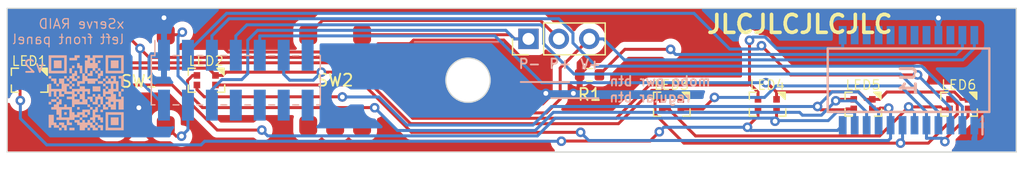
<source format=kicad_pcb>
(kicad_pcb (version 20221018) (generator pcbnew)
  (layers (0 "F.Cu" signal) (31 "B.Cu" signal) (34 "B.Paste" user) (35 "F.Paste" user) (36 "B.SilkS" user "B.Silkscreen") (37 "F.SilkS" user "F.Silkscreen") (38 "B.Mask" user) (39 "F.Mask" user) (44 "Edge.Cuts" user))
  (net 0 "")
  (net 1 "GND")
  (net 2 "/SCK_L")
  (net 3 "/SIN_L")
  (net 4 "/LAT_L")
  (net 5 "/EN_1")
  (net 6 "/EN_2")
  (net 7 "/L5_EN")
  (net 8 "+5V")
  (net 9 "/BTN_WARN")
  (net 10 "/BTN_VOLUME")
  (net 11 "/L1_EN")
  (net 12 "/L2_EN")
  (net 13 "/L3_EN")
  (net 14 "/L4_EN")
  (net 15 "/OUT_6")
  (net 16 "/OUT_7")
  (net 17 "/OUT_8")
  (net 18 "/OUT_3")
  (net 19 "/OUT_4")
  (net 20 "/OUT_5")
  (net 21 "/OUT_0")
  (net 22 "/OUT_1")
  (net 23 "/OUT_2")
  (net 24 "Net-(U1-REXT)")
  (net 25 "/OUT_9")
  (net 26 "/OUT_10")
  (net 27 "/OUT_11")
  (net 28 "/OUT_12")
  (net 29 "/OUT_13")
  (net 30 "/OUT_14")
  (net 31 "/OUT_15")
  (net 33 "/P+")
  (footprint "button:button" (layer "F.Cu") (at 79.65 103 -90)
    (fp_text reference "SW2" (at 3 2.25 unlocked) (layer "F.SilkS"))
    (fp_text value "volume button")
    (pad "1" smd roundrect (at -0.8 0 270) (size 1.6 1.5) (layers "F.Cu" "F.Paste" "F.Mask") (net 10 "/BTN_VOLUME"))
    (pad "2" smd roundrect (at 6.8 0 270) (size 1.6 1.5) (layers "F.Cu" "F.Paste" "F.Mask"))
    (pad "3" smd roundrect (at -0.8 4.5 270) (size 1.6 1.5) (layers "F.Cu" "F.Paste" "F.Mask") (net 33 "/P+"))
    (pad "4" smd roundrect (at 6.8 4.5 270) (size 1.6 1.5) (layers "F.Cu" "F.Paste" "F.Mask"))
    (pad "5" smd roundrect (at 6.8 2.25 270) (size 1.6 1.5) (layers "F.Cu" "F.Paste" "F.Mask"))
  )
  (footprint "footprints:LED RGB XINGLIGHT XL-2012RGBC 0805" (layer "F.Cu") (at 105.5 108)
    (fp_text reference "LED3" (at 0 -1.6 unlocked) (layer "F.SilkS") (effects (font (size 0.8 0.8) (thickness 0.1))))
    (fp_text value "lightning sign")
    (pad "1" smd rect (at 0.775 0.4) (size 0.55 0.55) (layers "F.Cu" "F.Paste" "F.Mask") (net 21 "/OUT_0"))
    (pad "2" smd rect (at -0.775 0.4) (size 0.55 0.55) (layers "F.Cu" "F.Paste" "F.Mask") (net 22 "/OUT_1"))
    (pad "3" smd rect (at 0.775 -0.4) (size 0.55 0.55) (layers "F.Cu" "F.Paste" "F.Mask") (net 6 "/EN_2"))
    (pad "4" smd rect (at -0.775 -0.4) (size 0.55 0.55) (layers "F.Cu" "F.Paste" "F.Mask") (net 23 "/OUT_2"))
  )
  (footprint "Connector_PinHeader_2.54mm:PinHeader_1x03_P2.54mm_Vertical" (layer "F.Cu") (at 93.55 102.55 90)
    (fp_text reference "J1" hide)
    (fp_text value "VOL_BUTTON_MODE_SELECT" hide)
    (pad "1" thru_hole rect (at 0 0 90) (size 1.7 1.7) (drill 1) (layers "*.Cu" "*.Mask") (net 10 "/BTN_VOLUME"))
    (pad "2" thru_hole oval (at 0 2.54 90) (size 1.7 1.7) (drill 1) (layers "*.Cu" "*.Mask") (net 33 "/P+"))
    (pad "3" thru_hole oval (at 0 5.08 90) (size 1.7 1.7) (drill 1) (layers "*.Cu" "*.Mask") (net 8 "+5V"))
  )
  (footprint "footprints:LED RGB XINGLIGHT XL-2012RGBC 0805" (layer "F.Cu") (at 121.5 108)
    (fp_text reference "LED5" (at 0 -1.6 unlocked) (layer "F.SilkS") (effects (font (size 0.8 0.8) (thickness 0.1))))
    (fp_text value "temp sign")
    (pad "1" smd rect (at 0.775 0.4) (size 0.55 0.55) (layers "F.Cu" "F.Paste" "F.Mask") (net 18 "/OUT_3"))
    (pad "2" smd rect (at -0.775 0.4) (size 0.55 0.55) (layers "F.Cu" "F.Paste" "F.Mask") (net 19 "/OUT_4"))
    (pad "3" smd rect (at 0.775 -0.4) (size 0.55 0.55) (layers "F.Cu" "F.Paste" "F.Mask") (net 5 "/EN_1"))
    (pad "4" smd rect (at -0.775 -0.4) (size 0.55 0.55) (layers "F.Cu" "F.Paste" "F.Mask") (net 20 "/OUT_5"))
  )
  (footprint "button:button" (layer "F.Cu") (at 63.25 103 -90)
    (fp_text reference "SW1" (at 3.1 2.25 unlocked) (layer "F.SilkS"))
    (fp_text value "warn button")
    (pad "1" smd roundrect (at -0.8 0 270) (size 1.6 1.5) (layers "F.Cu" "F.Paste" "F.Mask") (net 9 "/BTN_WARN"))
    (pad "2" smd roundrect (at 6.8 0 270) (size 1.6 1.5) (layers "F.Cu" "F.Paste" "F.Mask") (net 9 "/BTN_WARN"))
    (pad "3" smd roundrect (at -0.8 4.5 270) (size 1.6 1.5) (layers "F.Cu" "F.Paste" "F.Mask") (net 8 "+5V"))
    (pad "4" smd roundrect (at 6.8 4.5 270) (size 1.6 1.5) (layers "F.Cu" "F.Paste" "F.Mask"))
    (pad "5" smd roundrect (at 6.8 2.25 270) (size 1.6 1.5) (layers "F.Cu" "F.Paste" "F.Mask") (net 1 "GND"))
  )
  (footprint "footprints:LED RGB XINGLIGHT XL-2012RGBC 0805" (layer "F.Cu") (at 51.85 106)
    (fp_text reference "LED1" (at 0 -1.6 unlocked) (layer "F.SilkS") (effects (font (size 0.8 0.8) (thickness 0.1))))
    (fp_text value "lock")
    (pad "1" smd rect (at 0.775 0.4) (size 0.55 0.55) (layers "F.Cu" "F.Paste" "F.Mask") (net 15 "/OUT_6"))
    (pad "2" smd rect (at -0.775 0.4) (size 0.55 0.55) (layers "F.Cu" "F.Paste" "F.Mask") (net 16 "/OUT_7"))
    (pad "3" smd rect (at 0.775 -0.4) (size 0.55 0.55) (layers "F.Cu" "F.Paste" "F.Mask") (net 6 "/EN_2"))
    (pad "4" smd rect (at -0.775 -0.4) (size 0.55 0.55) (layers "F.Cu" "F.Paste" "F.Mask") (net 17 "/OUT_8"))
  )
  (footprint "footprints:LED RGB XINGLIGHT XL-2012RGBC 0805" (layer "F.Cu") (at 113.5 108)
    (fp_text reference "LED4" (at 0 -1.6 unlocked) (layer "F.SilkS") (effects (font (size 0.8 0.8) (thickness 0.1))))
    (fp_text value "fan sign")
    (pad "1" smd rect (at 0.775 0.4) (size 0.55 0.55) (layers "F.Cu" "F.Paste" "F.Mask") (net 15 "/OUT_6"))
    (pad "2" smd rect (at -0.775 0.4) (size 0.55 0.55) (layers "F.Cu" "F.Paste" "F.Mask") (net 16 "/OUT_7"))
    (pad "3" smd rect (at 0.775 -0.4) (size 0.55 0.55) (layers "F.Cu" "F.Paste" "F.Mask") (net 5 "/EN_1"))
    (pad "4" smd rect (at -0.775 -0.4) (size 0.55 0.55) (layers "F.Cu" "F.Paste" "F.Mask") (net 17 "/OUT_8"))
  )
  (footprint "footprints:LED RGB XINGLIGHT XL-2012RGBC 0805" (layer "F.Cu") (at 66.625 106)
    (fp_text reference "LED2" (at 0 -1.6 unlocked) (layer "F.SilkS") (effects (font (size 0.8 0.8) (thickness 0.1))))
    (fp_text value "warn button")
    (pad "1" smd rect (at 0.775 0.4) (size 0.55 0.55) (layers "F.Cu" "F.Paste" "F.Mask") (net 18 "/OUT_3"))
    (pad "2" smd rect (at -0.775 0.4) (size 0.55 0.55) (layers "F.Cu" "F.Paste" "F.Mask") (net 19 "/OUT_4"))
    (pad "3" smd rect (at 0.775 -0.4) (size 0.55 0.55) (layers "F.Cu" "F.Paste" "F.Mask") (net 6 "/EN_2"))
    (pad "4" smd rect (at -0.775 -0.4) (size 0.55 0.55) (layers "F.Cu" "F.Paste" "F.Mask") (net 20 "/OUT_5"))
  )
  (footprint "Resistor_SMD:R_0603_1608Metric" (layer "F.Cu") (at 98.65 105.55)
    (fp_text reference "R1" (at 0 1.65) (layer "F.SilkS"))
    (fp_text value "820" hide)
    (pad "1" smd roundrect (at -0.825 0) (size 0.8 0.95) (layers "F.Cu" "F.Paste" "F.Mask") (net 1 "GND"))
    (pad "2" smd roundrect (at 0.825 0) (size 0.8 0.95) (layers "F.Cu" "F.Paste" "F.Mask") (net 24 "Net-(U1-REXT)"))
  )
  (footprint "footprints:LED RGB XINGLIGHT XL-2012RGBC 0805" (layer "F.Cu") (at 129.5 108)
    (fp_text reference "LED6" (at 0 -1.6 unlocked) (layer "F.SilkS") (effects (font (size 0.8 0.8) (thickness 0.1))))
    (fp_text value "chip sign")
    (pad "1" smd rect (at 0.775 0.4) (size 0.55 0.55) (layers "F.Cu" "F.Paste" "F.Mask") (net 21 "/OUT_0"))
    (pad "2" smd rect (at -0.775 0.4) (size 0.55 0.55) (layers "F.Cu" "F.Paste" "F.Mask") (net 22 "/OUT_1"))
    (pad "3" smd rect (at 0.775 -0.4) (size 0.55 0.55) (layers "F.Cu" "F.Paste" "F.Mask") (net 5 "/EN_1"))
    (pad "4" smd rect (at -0.775 -0.4) (size 0.55 0.55) (layers "F.Cu" "F.Paste" "F.Mask") (net 23 "/OUT_2"))
  )
  (footprint "TB62747AFG:SOP100P800X190-24N" (layer "B.Cu") (at 125.3 106 90)
    (fp_text reference "U1" (at 0 0 90) (layer "B.SilkS") (effects (font (size 1.27 1.27) (thickness 0.254)) (justify mirror)))
    (fp_text value "TB62747AFG,C8,EL" hide)
    (pad "1" smd rect (at -3.762 5.5) (size 0.65 1.525) (layers "B.Cu" "B.Paste" "B.Mask") (net 1 "GND"))
    (pad "2" smd rect (at -3.762 4.5) (size 0.65 1.525) (layers "B.Cu" "B.Paste" "B.Mask") (net 3 "/SIN_L"))
    (pad "3" smd rect (at -3.762 3.5) (size 0.65 1.525) (layers "B.Cu" "B.Paste" "B.Mask") (net 2 "/SCK_L"))
    (pad "4" smd rect (at -3.762 2.5) (size 0.65 1.525) (layers "B.Cu" "B.Paste" "B.Mask") (net 4 "/LAT_L"))
    (pad "5" smd rect (at -3.762 1.5) (size 0.65 1.525) (layers "B.Cu" "B.Paste" "B.Mask") (net 21 "/OUT_0"))
    (pad "6" smd rect (at -3.762 0.5) (size 0.65 1.525) (layers "B.Cu" "B.Paste" "B.Mask") (net 22 "/OUT_1"))
    (pad "7" smd rect (at -3.762 -0.5) (size 0.65 1.525) (layers "B.Cu" "B.Paste" "B.Mask") (net 23 "/OUT_2"))
    (pad "8" smd rect (at -3.762 -1.5) (size 0.65 1.525) (layers "B.Cu" "B.Paste" "B.Mask") (net 18 "/OUT_3"))
    (pad "9" smd rect (at -3.762 -2.5) (size 0.65 1.525) (layers "B.Cu" "B.Paste" "B.Mask") (net 19 "/OUT_4"))
    (pad "10" smd rect (at -3.762 -3.5) (size 0.65 1.525) (layers "B.Cu" "B.Paste" "B.Mask") (net 20 "/OUT_5"))
    (pad "11" smd rect (at -3.762 -4.5) (size 0.65 1.525) (layers "B.Cu" "B.Paste" "B.Mask") (net 15 "/OUT_6"))
    (pad "12" smd rect (at -3.762 -5.5) (size 0.65 1.525) (layers "B.Cu" "B.Paste" "B.Mask") (net 16 "/OUT_7"))
    (pad "13" smd rect (at 3.762 -5.5) (size 0.65 1.525) (layers "B.Cu" "B.Paste" "B.Mask") (net 17 "/OUT_8"))
    (pad "14" smd rect (at 3.762 -4.5) (size 0.65 1.525) (layers "B.Cu" "B.Paste" "B.Mask") (net 25 "/OUT_9"))
    (pad "15" smd rect (at 3.762 -3.5) (size 0.65 1.525) (layers "B.Cu" "B.Paste" "B.Mask") (net 26 "/OUT_10"))
    (pad "16" smd rect (at 3.762 -2.5) (size 0.65 1.525) (layers "B.Cu" "B.Paste" "B.Mask") (net 27 "/OUT_11"))
    (pad "17" smd rect (at 3.762 -1.5) (size 0.65 1.525) (layers "B.Cu" "B.Paste" "B.Mask") (net 28 "/OUT_12"))
    (pad "18" smd rect (at 3.762 -0.5) (size 0.65 1.525) (layers "B.Cu" "B.Paste" "B.Mask") (net 29 "/OUT_13"))
    (pad "19" smd rect (at 3.762 0.5) (size 0.65 1.525) (layers "B.Cu" "B.Paste" "B.Mask") (net 30 "/OUT_14"))
    (pad "20" smd rect (at 3.762 1.5) (size 0.65 1.525) (layers "B.Cu" "B.Paste" "B.Mask") (net 31 "/OUT_15"))
    (pad "21" smd rect (at 3.762 2.5) (size 0.65 1.525) (layers "B.Cu" "B.Paste" "B.Mask") (net 1 "GND"))
    (pad "22" smd rect (at 3.762 3.5) (size 0.65 1.525) (layers "B.Cu" "B.Paste" "B.Mask"))
    (pad "23" smd rect (at 3.762 4.5) (size 0.65 1.525) (layers "B.Cu" "B.Paste" "B.Mask") (net 24 "Net-(U1-REXT)"))
    (pad "24" smd rect (at 3.762 5.5) (size 0.65 1.525) (layers "B.Cu" "B.Paste" "B.Mask") (net 8 "+5V"))
  )
  (footprint "qr:qr" (layer "B.Cu") (at 56.6 107.05 180)
    (fp_text reference "v2" (at 4.35 2.2) (layer "B.SilkS") (effects (justify mirror)))
    (fp_text value "LOGO" hide)
  )
  (footprint "Connector_PinHeader_2.00mm:PinHeader_2x07_P2.00mm_Vertical_SMD" (layer "B.Cu") (at 69.1 106 -90)
    (fp_text reference "J2" hide)
    (fp_text value "Conn_02x07_Top_Bottom" hide)
    (pad "1" smd rect (at -2.085 6 270) (size 2.58 1) (layers "B.Cu" "B.Paste" "B.Mask") (net 1 "GND"))
    (pad "2" smd rect (at 2.085 6 270) (size 2.58 1) (layers "B.Cu" "B.Paste" "B.Mask") (net 8 "+5V"))
    (pad "3" smd rect (at -2.085 4 270) (size 2.58 1) (layers "B.Cu" "B.Paste" "B.Mask") (net 2 "/SCK_L"))
    (pad "4" smd rect (at 2.085 4 270) (size 2.58 1) (layers "B.Cu" "B.Paste" "B.Mask") (net 9 "/BTN_WARN"))
    (pad "5" smd rect (at -2.085 2 270) (size 2.58 1) (layers "B.Cu" "B.Paste" "B.Mask") (net 3 "/SIN_L"))
    (pad "6" smd rect (at 2.085 2 270) (size 2.58 1) (layers "B.Cu" "B.Paste" "B.Mask") (net 10 "/BTN_VOLUME"))
    (pad "7" smd rect (at -2.085 0 270) (size 2.58 1) (layers "B.Cu" "B.Paste" "B.Mask") (net 4 "/LAT_L"))
    (pad "8" smd rect (at 2.085 0 270) (size 2.58 1) (layers "B.Cu" "B.Paste" "B.Mask") (net 11 "/L1_EN"))
    (pad "9" smd rect (at -2.085 -2 270) (size 2.58 1) (layers "B.Cu" "B.Paste" "B.Mask") (net 5 "/EN_1"))
    (pad "10" smd rect (at 2.085 -2 270) (size 2.58 1) (layers "B.Cu" "B.Paste" "B.Mask") (net 12 "/L2_EN"))
    (pad "11" smd rect (at -2.085 -4 270) (size 2.58 1) (layers "B.Cu" "B.Paste" "B.Mask") (net 6 "/EN_2"))
    (pad "12" smd rect (at 2.085 -4 270) (size 2.58 1) (layers "B.Cu" "B.Paste" "B.Mask") (net 13 "/L3_EN"))
    (pad "13" smd rect (at -2.085 -6 270) (size 2.58 1) (layers "B.Cu" "B.Paste" "B.Mask") (net 7 "/L5_EN"))
    (pad "14" smd rect (at 2.085 -6 270) (size 2.58 1) (layers "B.Cu" "B.Paste" "B.Mask") (net 14 "/L4_EN"))
  )
  (gr_line (start 92.9 106.15) (end 96.95 106.15) (stroke (width 0.15)) (layer "B.SilkS"))
  (gr_line (start 95.45 107.5) (end 99.4 107.5) (stroke (width 0.15)) (layer "B.SilkS"))
  (gr_circle (center 88.5 106) (end 90.35 106) (stroke (width 0.1)) (fill none) (layer "Edge.Cuts"))
  (gr_line (start 50 100) (end 50 112) (stroke (width 0.1)) (layer "Edge.Cuts"))
  (gr_line (start 50 112) (end 134.3 112) (stroke (width 0.1)) (layer "Edge.Cuts"))
  (gr_line (start 134.3 112) (end 134.3 100) (stroke (width 0.1)) (layer "Edge.Cuts"))
  (gr_line (start 50 100) (end 134.3 100) (stroke (width 0.1)) (layer "Edge.Cuts"))
  (gr_text "regular btn" (at 107.2 107.9) (layer "B.SilkS") (effects (font (size 0.8 0.8) (thickness 0.15) bold) (justify left bottom mirror)))
  (gr_text "P-" (at 92.65 105.1) (layer "B.SilkS") (effects (font (size 0.8 0.8) (thickness 0.15) bold) (justify left bottom)))
  (gr_text "P+" (at 95.2 105.1) (layer "B.SilkS") (effects (font (size 0.8 0.8) (thickness 0.15) bold) (justify left bottom)))
  (gr_text "mobo pwr btn" (at 108.85 106.55) (layer "B.SilkS") (effects (font (size 0.8 0.8) (thickness 0.15) bold) (justify left bottom mirror)))
  (gr_text "V+" (at 97.8 105.15) (layer "B.SilkS") (effects (font (size 0.8 0.8) (thickness 0.15) bold) (justify left bottom)))
  (gr_text "xServe RAID\nleft front panel" (at 59.85 103.05) (layer "B.SilkS") (effects (font (size 0.8 0.8) (thickness 0.1)) (justify left bottom mirror)))
  (gr_text "JLCJLCJLCJLC" (at 108.3 102.2) (layer "F.SilkS") (effects (font (size 1.5 1.5) (thickness 0.3) bold) (justify left bottom)))
  (segment (start 63.1 100.7829) (end 65.5829 100.7829) (width 0.25) (layer "F.Cu") (net 1))
  (segment (start 82.9546 103.6454) (end 83.95 102.65) (width 0.25) (layer "F.Cu") (net 1))
  (segment (start 91.49038 102.65) (end 95 106.15962) (width 0.25) (layer "F.Cu") (net 1))
  (segment (start 61 109.8) (end 61 108.3) (width 0.25) (layer "F.Cu") (net 1))
  (segment (start 97.825 105.55) (end 102.575 100.8) (width 0.25) (layer "F.Cu") (net 1))
  (segment (start 65.5829 100.7829) (end 68.4454 103.6454) (width 0.25) (layer "F.Cu") (net 1))
  (segment (start 68.4454 103.6454) (end 82.9546 103.6454) (width 0.25) (layer "F.Cu") (net 1))
  (segment (start 102.575 100.8) (end 127.8 100.8) (width 0.25) (layer "F.Cu") (net 1))
  (segment (start 83.95 102.65) (end 91.49038 102.65) (width 0.25) (layer "F.Cu") (net 1))
  (segment (start 97.825 105.55) (end 97.65 105.55) (width 0.25) (layer "F.Cu") (net 1))
  (segment (start 95 106.15962) (end 95 107.1) (width 0.25) (layer "F.Cu") (net 1))
  (segment (start 97.825 106.575) (end 97.3 107.1) (width 0.25) (layer "F.Cu") (net 1))
  (segment (start 97.825 105.55) (end 97.825 106.575) (width 0.25) (layer "F.Cu") (net 1))
  (via (at 95 107.1) (size 0.8) (drill 0.4) (layers "F.Cu" "B.Cu") (net 1))
  (via (at 63.1 100.7829) (size 0.8) (drill 0.4) (layers "F.Cu" "B.Cu") (net 1))
  (via (at 97.3 107.1) (size 0.8) (drill 0.4) (layers "F.Cu" "B.Cu") (net 1))
  (via (at 127.8 100.8) (size 0.8) (drill 0.4) (layers "F.Cu" "B.Cu") (net 1))
  (via (at 61 108.3) (size 0.8) (drill 0.4) (layers "F.Cu" "B.Cu") (net 1))
  (segment (start 61 108.3) (end 60.2 107.5) (width 0.25) (layer "B.Cu") (net 1))
  (segment (start 62.1171 100.7829) (end 63.1 100.7829) (width 0.25) (layer "B.Cu") (net 1))
  (segment (start 95 107.1) (end 97.3 107.1) (width 0.25) (layer "B.Cu") (net 1))
  (segment (start 60.2 107.5) (end 60.2 102.7) (width 0.25) (layer "B.Cu") (net 1))
  (segment (start 63.1 103.915) (end 63.1 100.7829) (width 0.25) (layer "B.Cu") (net 1))
  (segment (start 130.8 109.762) (end 131.95 108.612) (width 0.25) (layer "B.Cu") (net 1))
  (segment (start 131.95 108.612) (end 131.95 101.3) (width 0.25) (layer "B.Cu") (net 1))
  (segment (start 131.45 100.8) (end 127.8 100.8) (width 0.25) (layer "B.Cu") (net 1))
  (segment (start 131.95 101.3) (end 131.45 100.8) (width 0.25) (layer "B.Cu") (net 1))
  (segment (start 127.8 102.238) (end 127.8 100.8) (width 0.25) (layer "B.Cu") (net 1))
  (segment (start 60.2 102.7) (end 62.1171 100.7829) (width 0.25) (layer "B.Cu") (net 1))
  (segment (start 113.0168 103.1204) (end 115.4528 105.5564) (width 0.25) (layer "F.Cu") (net 2))
  (segment (start 115.4528 105.5564) (end 126.0577 105.5564) (width 0.25) (layer "F.Cu") (net 2))
  (via (at 113.0168 103.1204) (size 0.8) (drill 0.4) (layers "F.Cu" "B.Cu") (net 2))
  (via (at 126.0577 105.5564) (size 0.8) (drill 0.4) (layers "F.Cu" "B.Cu") (net 2))
  (segment (start 107.3789 100.4131) (end 68.3334 100.4131) (width 0.25) (layer "B.Cu") (net 2))
  (segment (start 68.3334 100.4131) (end 65.1 103.6465) (width 0.25) (layer "B.Cu") (net 2))
  (segment (start 128.8 109.762) (end 128.8 108.2987) (width 0.25) (layer "B.Cu") (net 2))
  (segment (start 113.0168 103.1204) (end 112.7417 103.3955) (width 0.25) (layer "B.Cu") (net 2))
  (segment (start 112.7417 103.3955) (end 110.3613 103.3955) (width 0.25) (layer "B.Cu") (net 2))
  (segment (start 128.8 108.2987) (end 126.0577 105.5564) (width 0.25) (layer "B.Cu") (net 2))
  (segment (start 110.3613 103.3955) (end 107.3789 100.4131) (width 0.25) (layer "B.Cu") (net 2))
  (segment (start 65.1 103.6465) (end 65.1 103.915) (width 0.25) (layer "B.Cu") (net 2))
  (segment (start 99.2065 104.8293) (end 97.2669 102.8897) (width 0.25) (layer "B.Cu") (net 3))
  (segment (start 67.1 103.915) (end 67.1 102.2981) (width 0.25) (layer "B.Cu") (net 3))
  (segment (start 96.0694 100.865) (end 68.5331 100.865) (width 0.25) (layer "B.Cu") (net 3))
  (segment (start 97.2669 102.8897) (end 97.2669 102.0625) (width 0.25) (layer "B.Cu") (net 3))
  (segment (start 129.8 109.762) (end 129.8 108.6726) (width 0.25) (layer "B.Cu") (net 3))
  (segment (start 129.8 108.2132) (end 126.4161 104.8293) (width 0.25) (layer "B.Cu") (net 3))
  (segment (start 97.2669 102.0625) (end 96.0694 100.865) (width 0.25) (layer "B.Cu") (net 3))
  (segment (start 68.5331 100.865) (end 67.1 102.2981) (width 0.25) (layer "B.Cu") (net 3))
  (segment (start 126.4161 104.8293) (end 99.2065 104.8293) (width 0.25) (layer "B.Cu") (net 3))
  (segment (start 129.8 108.6726) (end 129.8 108.2132) (width 0.25) (layer "B.Cu") (net 3))
  (segment (start 127.8 108.6726) (end 124.6092 105.4818) (width 0.25) (layer "B.Cu") (net 4))
  (segment (start 94.82 101.6135) (end 94.5796 101.3731) (width 0.25) (layer "B.Cu") (net 4))
  (segment (start 94.82 102.949) (end 94.82 101.6135) (width 0.25) (layer "B.Cu") (net 4))
  (segment (start 97.3528 105.4818) (end 94.82 102.949) (width 0.25) (layer "B.Cu") (net 4))
  (segment (start 94.5796 101.3731) (end 70.025 101.3731) (width 0.25) (layer "B.Cu") (net 4))
  (segment (start 69.1 103.915) (end 69.1 102.2981) (width 0.25) (layer "B.Cu") (net 4))
  (segment (start 70.025 101.3731) (end 69.1 102.2981) (width 0.25) (layer "B.Cu") (net 4))
  (segment (start 127.8 109.762) (end 127.8 108.6726) (width 0.25) (layer "B.Cu") (net 4))
  (segment (start 124.6092 105.4818) (end 97.3528 105.4818) (width 0.25) (layer "B.Cu") (net 4))
  (segment (start 114.303 106.9701) (end 114.275 106.9981) (width 0.25) (layer "F.Cu") (net 5))
  (segment (start 121.1184 106.9701) (end 114.303 106.9701) (width 0.25) (layer "F.Cu") (net 5))
  (segment (start 122.275 107.6) (end 121.6731 107.6) (width 0.25) (layer "F.Cu") (net 5))
  (segment (start 121.6731 107.5248) (end 121.1184 106.9701) (width 0.25) (layer "F.Cu") (net 5))
  (segment (start 123.4893 106.9876) (end 122.8769 107.6) (width 0.25) (layer "F.Cu") (net 5))
  (segment (start 129.1359 106.9876) (end 123.4893 106.9876) (width 0.25) (layer "F.Cu") (net 5))
  (segment (start 130.275 107.6) (end 129.6731 107.6) (width 0.25) (layer "F.Cu") (net 5))
  (segment (start 129.6731 107.5248) (end 129.1359 106.9876) (width 0.25) (layer "F.Cu") (net 5))
  (segment (start 129.6731 107.6) (end 129.6731 107.5248) (width 0.25) (layer "F.Cu") (net 5))
  (segment (start 114.275 106.9981) (end 113.4856 106.2087) (width 0.25) (layer "F.Cu") (net 5))
  (segment (start 122.275 107.6) (end 122.8769 107.6) (width 0.25) (layer "F.Cu") (net 5))
  (segment (start 113.4856 106.2087) (end 113.3782 106.2087) (width 0.25) (layer "F.Cu") (net 5))
  (segment (start 121.6731 107.6) (end 121.6731 107.5248) (width 0.25) (layer "F.Cu") (net 5))
  (segment (start 114.275 107.6) (end 114.275 106.9981) (width 0.25) (layer "F.Cu") (net 5))
  (via (at 113.3782 106.2087) (size 0.8) (drill 0.4) (layers "F.Cu" "B.Cu") (net 5))
  (segment (start 95.95 106.2087) (end 113.3782 106.2087) (width 0.25) (layer "B.Cu") (net 5))
  (segment (start 90.7481 102.2981) (end 94.6587 106.2087) (width 0.25) (layer "B.Cu") (net 5))
  (segment (start 71.1 102.2981) (end 90.7481 102.2981) (width 0.25) (layer "B.Cu") (net 5))
  (segment (start 71.1 103.915) (end 71.1 102.2981) (width 0.25) (layer "B.Cu") (net 5))
  (segment (start 94.6587 106.2087) (end 95.95 106.2087) (width 0.25) (layer "B.Cu") (net 5))
  (segment (start 66.7954 104.9954) (end 53.8315 104.9954) (width 0.25) (layer "F.Cu") (net 6))
  (segment (start 79.390201 105.3285) (end 76.2443 105.3285) (width 0.25) (layer "F.Cu") (net 6))
  (segment (start 68.2734 105.3285) (end 76.2443 105.3285) (width 0.25) (layer "F.Cu") (net 6))
  (segment (start 67.4 105.6) (end 68.0019 105.6) (width 0.25) (layer "F.Cu") (net 6))
  (segment (start 53.2269 105.6) (end 52.625 105.6) (width 0.25) (layer "F.Cu") (net 6))
  (segment (start 67.4 105.6) (end 66.7954 104.9954) (width 0.25) (layer "F.Cu") (net 6))
  (segment (start 101.0694 109.6306) (end 83.692301 109.6306) (width 0.25) (layer "F.Cu") (net 6))
  (segment (start 105.528 106.853) (end 103.847 106.853) (width 0.25) (layer "F.Cu") (net 6))
  (segment (start 68.0019 105.6) (end 68.2734 105.3285) (width 0.25) (layer "F.Cu") (net 6))
  (segment (start 83.692301 109.6306) (end 79.390201 105.3285) (width 0.25) (layer "F.Cu") (net 6))
  (segment (start 106.275 107.6) (end 105.528 106.853) (width 0.25) (layer "F.Cu") (net 6))
  (segment (start 53.8315 104.9954) (end 53.2269 105.6) (width 0.25) (layer "F.Cu") (net 6))
  (segment (start 103.847 106.853) (end 101.0694 109.6306) (width 0.25) (layer "F.Cu") (net 6))
  (via (at 76.2443 105.3285) (size 0.8) (drill 0.4) (layers "F.Cu" "B.Cu") (net 6))
  (segment (start 73.6 106) (end 75.5728 106) (width 0.25) (layer "B.Cu") (net 6))
  (segment (start 73.1 105.5) (end 73.6 106) (width 0.25) (layer "B.Cu") (net 6))
  (segment (start 75.5728 106) (end 76.2443 105.3285) (width 0.25) (layer "B.Cu") (net 6))
  (segment (start 73.1 103.915) (end 73.1 105.5) (width 0.25) (layer "B.Cu") (net 6))
  (segment (start 61.8454 104.0954) (end 61.1 103.35) (width 0.25) (layer "F.Cu") (net 8))
  (segment (start 96.2 107.5806) (end 95.05 108.7306) (width 0.25) (layer "F.Cu") (net 8))
  (segment (start 58.75 102.2) (end 59.95 102.2) (width 0.25) (layer "F.Cu") (net 8))
  (segment (start 96.2 104.98) (end 96.2 107.5806) (width 0.25) (layer "F.Cu") (net 8))
  (segment (start 98.63 102.55) (end 96.2 104.98) (width 0.25) (layer "F.Cu") (net 8))
  (segment (start 95.05 108.7306) (end 84.065093 108.7306) (width 0.25) (layer "F.Cu") (net 8))
  (segment (start 59.95 102.2) (end 61.1 103.35) (width 0.25) (layer "F.Cu") (net 8))
  (segment (start 84.065093 108.7306) (end 79.429893 104.0954) (width 0.25) (layer "F.Cu") (net 8))
  (segment (start 79.429893 104.0954) (end 61.8454 104.0954) (width 0.25) (layer "F.Cu") (net 8))
  (via (at 61.1 103.35) (size 0.8) (drill 0.4) (layers "F.Cu" "B.Cu") (net 8))
  (segment (start 63.1 108.085) (end 61.1 106.085) (width 0.25) (layer "B.Cu") (net 8))
  (segment (start 61.1 106.085) (end 61.1 103.35) (width 0.25) (layer "B.Cu") (net 8))
  (segment (start 129.8263 104.3011) (end 101.558 104.3011) (width 0.25) (layer "B.Cu") (net 8))
  (segment (start 101.558 104.3011) (end 99.8069 102.55) (width 0.25) (layer "B.Cu") (net 8))
  (segment (start 130.8 102.238) (end 130.8 103.3274) (width 0.25) (layer "B.Cu") (net 8))
  (segment (start 130.8 103.3274) (end 129.8263 104.3011) (width 0.25) (layer "B.Cu") (net 8))
  (segment (start 98.63 102.55) (end 99.8069 102.55) (width 0.25) (layer "B.Cu") (net 8))
  (segment (start 63.25 102.2) (end 64.4222 102.2) (width 0.25) (layer "F.Cu") (net 9))
  (segment (start 63.25 109.8) (end 64.1261 110.6761) (width 0.25) (layer "F.Cu") (net 9))
  (segment (start 64.4222 102.2) (end 64.6327 101.9895) (width 0.25) (layer "F.Cu") (net 9))
  (segment (start 64.1261 110.6761) (end 64.5636 110.6761) (width 0.25) (layer "F.Cu") (net 9))
  (via (at 64.6327 101.9895) (size 0.8) (drill 0.4) (layers "F.Cu" "B.Cu") (net 9))
  (via (at 64.5636 110.6761) (size 0.8) (drill 0.4) (layers "F.Cu" "B.Cu") (net 9))
  (segment (start 65.1 108.085) (end 65.1 106.4681) (width 0.25) (layer "B.Cu") (net 9))
  (segment (start 64.2731 102.3491) (end 64.2731 105.6412) (width 0.25) (layer "B.Cu") (net 9))
  (segment (start 64.6327 101.9895) (end 64.2731 102.3491) (width 0.25) (layer "B.Cu") (net 9))
  (segment (start 65.1 108.085) (end 65.1 110.1397) (width 0.25) (layer "B.Cu") (net 9))
  (segment (start 64.2731 105.6412) (end 65.1 106.4681) (width 0.25) (layer "B.Cu") (net 9))
  (segment (start 65.1 110.1397) (end 64.5636 110.6761) (width 0.25) (layer "B.Cu") (net 9))
  (segment (start 93.55 102.55) (end 92.3731 102.55) (width 0.25) (layer "F.Cu") (net 10))
  (segment (start 92.0231 102.2) (end 92.3731 102.55) (width 0.25) (layer "F.Cu") (net 10))
  (segment (start 79.65 102.2) (end 92.0231 102.2) (width 0.25) (layer "F.Cu") (net 10))
  (segment (start 92.3731 102.55) (end 91.658 101.8349) (width 0.25) (layer "B.Cu") (net 10))
  (segment (start 70.9204 101.8349) (end 70.0985 102.6568) (width 0.25) (layer "B.Cu") (net 10))
  (segment (start 70.0985 105.4515) (end 69.6 105.95) (width 0.25) (layer "B.Cu") (net 10))
  (segment (start 67.1 106.795) (end 67.1 108.085) (width 0.25) (layer "B.Cu") (net 10))
  (segment (start 67.945 105.95) (end 67.1 106.795) (width 0.25) (layer "B.Cu") (net 10))
  (segment (start 93.55 102.55) (end 92.3731 102.55) (width 0.25) (layer "B.Cu") (net 10))
  (segment (start 70.0985 102.6568) (end 70.0985 105.4515) (width 0.25) (layer "B.Cu") (net 10))
  (segment (start 69.6 105.95) (end 67.945 105.95) (width 0.25) (layer "B.Cu") (net 10))
  (segment (start 91.658 101.8349) (end 70.9204 101.8349) (width 0.25) (layer "B.Cu") (net 10))
  (segment (start 67.55 110.1662) (end 63.7838 106.4) (width 0.25) (layer "F.Cu") (net 15))
  (segment (start 63.7838 106.4) (end 52.625 106.4) (width 0.25) (layer "F.Cu") (net 15))
  (segment (start 114.275 109.3044) (end 114.1493 109.4301) (width 0.25) (layer "F.Cu") (net 15))
  (segment (start 114.275 108.4) (end 114.275 109.3044) (width 0.25) (layer "F.Cu") (net 15))
  (segment (start 71.273 110.1662) (end 67.55 110.1662) (width 0.25) (layer "F.Cu") (net 15))
  (via (at 71.273 110.1662) (size 0.8) (drill 0.4) (layers "F.Cu" "B.Cu") (net 15))
  (via (at 114.1493 109.4301) (size 0.8) (drill 0.4) (layers "F.Cu" "B.Cu") (net 15))
  (segment (start 120.8 108.6726) (end 119.2939 108.6726) (width 0.25) (layer "B.Cu") (net 15))
  (segment (start 120.8 109.762) (end 120.8 108.6726) (width 0.25) (layer "B.Cu") (net 15))
  (segment (start 71.7568 110.65) (end 71.273 110.1662) (width 0.25) (layer "B.Cu") (net 15))
  (segment (start 119.2939 108.6726) (end 118.5897 109.3768) (width 0.25) (layer "B.Cu") (net 15))
  (segment (start 114.1493 109.3768) (end 113.9439 109.1714) (width 0.25) (layer "B.Cu") (net 15))
  (segment (start 113.9439 109.1714) (end 95.7786 109.1714) (width 0.25) (layer "B.Cu") (net 15))
  (segment (start 95.7786 109.1714) (end 94.3 110.65) (width 0.25) (layer "B.Cu") (net 15))
  (segment (start 94.3 110.65) (end 71.7568 110.65) (width 0.25) (layer "B.Cu") (net 15))
  (segment (start 114.1493 109.3768) (end 114.1493 109.4301) (width 0.25) (layer "B.Cu") (net 15))
  (segment (start 118.5897 109.3768) (end 114.1493 109.3768) (width 0.25) (layer "B.Cu") (net 15))
  (segment (start 51.075 107.675) (end 51.1 107.7) (width 0.25) (layer "F.Cu") (net 16))
  (segment (start 103.7058 111.0825) (end 104.4785 110.3098) (width 0.25) (layer "F.Cu") (net 16))
  (segment (start 112.725 109.0019) (end 111.8453 109.8816) (width 0.25) (layer "F.Cu") (net 16))
  (segment (start 111.8453 109.8816) (end 111.8453 109.9297) (width 0.25) (layer "F.Cu") (net 16))
  (segment (start 51.075 106.4) (end 51.075 107.675) (width 0.25) (layer "F.Cu") (net 16))
  (segment (start 96.3 111.1) (end 96.3175 111.0825) (width 0.25) (layer "F.Cu") (net 16))
  (segment (start 96.2825 111.0825) (end 96.3 111.1) (width 0.25) (layer "F.Cu") (net 16))
  (segment (start 96.3175 111.0825) (end 103.7058 111.0825) (width 0.25) (layer "F.Cu") (net 16))
  (segment (start 112.725 108.4) (end 112.725 109.0019) (width 0.25) (layer "F.Cu") (net 16))
  (via (at 96.3 111.1) (size 0.8) (drill 0.4) (layers "F.Cu" "B.Cu") (net 16))
  (via (at 51.1 107.7) (size 0.8) (drill 0.4) (layers "F.Cu" "B.Cu") (net 16))
  (via (at 111.8453 109.9297) (size 0.8) (drill 0.4) (layers "F.Cu" "B.Cu") (net 16))
  (via (at 104.4785 110.3098) (size 0.8) (drill 0.4) (layers "F.Cu" "B.Cu") (net 16))
  (segment (start 53.3011 111.4011) (end 51.1 109.2) (width 0.25) (layer "B.Cu") (net 16))
  (segment (start 119.3643 110.1977) (end 119.8 109.762) (width 0.25) (layer "B.Cu") (net 16))
  (segment (start 104.4785 110.3098) (end 104.8554 109.9329) (width 0.25) (layer "B.Cu") (net 16))
  (segment (start 66.5 111.1) (end 66.1989 111.4011) (width 0.25) (layer "B.Cu") (net 16))
  (segment (start 111.8453 109.9329) (end 112.1101 110.1977) (width 0.25) (layer "B.Cu") (net 16))
  (segment (start 104.8554 109.9329) (end 111.8453 109.9329) (width 0.25) (layer "B.Cu") (net 16))
  (segment (start 66.1989 111.4011) (end 53.3011 111.4011) (width 0.25) (layer "B.Cu") (net 16))
  (segment (start 51.1 109.2) (end 51.1 107.7) (width 0.25) (layer "B.Cu") (net 16))
  (segment (start 96.3 111.1) (end 66.5 111.1) (width 0.25) (layer "B.Cu") (net 16))
  (segment (start 111.8453 109.9329) (end 111.8453 109.9297) (width 0.25) (layer "B.Cu") (net 16))
  (segment (start 112.1101 110.1977) (end 119.3643 110.1977) (width 0.25) (layer "B.Cu") (net 16))
  (segment (start 103.660604 106.403) (end 111.8997 106.403) (width 0.25) (layer "F.Cu") (net 17))
  (segment (start 51.075 105.6) (end 52.1296 104.5454) (width 0.25) (layer "F.Cu") (net 17))
  (segment (start 52.1296 104.5454) (end 79.243497 104.5454) (width 0.25) (layer "F.Cu") (net 17))
  (segment (start 79.674048 104.975952) (end 83.878697 109.1806) (width 0.25) (layer "F.Cu") (net 17))
  (segment (start 111.8997 106.403) (end 112.0148 106.2879) (width 0.25) (layer "F.Cu") (net 17))
  (segment (start 83.878697 109.1806) (end 100.883004 109.1806) (width 0.25) (layer "F.Cu") (net 17))
  (segment (start 100.883004 109.1806) (end 103.660604 106.403) (width 0.25) (layer "F.Cu") (net 17))
  (segment (start 79.243497 104.5454) (end 79.674048 104.975952) (width 0.25) (layer "F.Cu") (net 17))
  (segment (start 112.725 106.9981) (end 112.0148 106.2879) (width 0.25) (layer "F.Cu") (net 17))
  (segment (start 112.725 107.6) (end 112.725 106.9981) (width 0.25) (layer "F.Cu") (net 17))
  (segment (start 112.0148 106.2879) (end 112.0148 102.6685) (width 0.25) (layer "F.Cu") (net 17))
  (via (at 112.0148 102.6685) (size 0.8) (drill 0.4) (layers "F.Cu" "B.Cu") (net 17))
  (segment (start 112.2898 102.3935) (end 112.0148 102.6685) (width 0.25) (layer "B.Cu") (net 17))
  (segment (start 114.2518 103.3274) (end 113.3179 102.3935) (width 0.25) (layer "B.Cu") (net 17))
  (segment (start 119.8 103.3274) (end 114.2518 103.3274) (width 0.25) (layer "B.Cu") (net 17))
  (segment (start 119.8 102.238) (end 119.8 103.3274) (width 0.25) (layer "B.Cu") (net 17))
  (segment (start 113.3179 102.3935) (end 112.2898 102.3935) (width 0.25) (layer "B.Cu") (net 17))
  (segment (start 67.4 106.4) (end 79.825305 106.4) (width 0.25) (layer "F.Cu") (net 18))
  (segment (start 122.8769 108.4) (end 122.9455 108.3314) (width 0.25) (layer "F.Cu") (net 18))
  (segment (start 122.9455 108.3314) (end 123.6449 108.3314) (width 0.25) (layer "F.Cu") (net 18))
  (segment (start 122.275 108.4) (end 122.8769 108.4) (width 0.25) (layer "F.Cu") (net 18))
  (segment (start 83.780905 110.3556) (end 97.9061 110.3556) (width 0.25) (layer "F.Cu") (net 18))
  (segment (start 79.825305 106.4) (end 83.780905 110.3556) (width 0.25) (layer "F.Cu") (net 18))
  (via (at 97.9061 110.3556) (size 0.8) (drill 0.4) (layers "F.Cu" "B.Cu") (net 18))
  (via (at 123.6449 108.3314) (size 0.8) (drill 0.4) (layers "F.Cu" "B.Cu") (net 18))
  (segment (start 97.9061 110.3556) (end 98.5873 111.0368) (width 0.25) (layer "B.Cu") (net 18))
  (segment (start 123.8 109.762) (end 123.8 110.8514) (width 0.25) (layer "B.Cu") (net 18))
  (segment (start 123.6449 108.5175) (end 123.6449 108.3314) (width 0.25) (layer "B.Cu") (net 18))
  (segment (start 123.8 108.6726) (end 123.6449 108.5175) (width 0.25) (layer "B.Cu") (net 18))
  (segment (start 98.5873 111.0368) (end 123.6146 111.0368) (width 0.25) (layer "B.Cu") (net 18))
  (segment (start 123.8 109.2173) (end 123.8 109.762) (width 0.25) (layer "B.Cu") (net 18))
  (segment (start 123.8 109.2173) (end 123.8 108.6726) (width 0.25) (layer "B.Cu") (net 18))
  (segment (start 123.6146 111.0368) (end 123.8 110.8514) (width 0.25) (layer "B.Cu") (net 18))
  (segment (start 65.85 106.775904) (end 65.85 106.4) (width 0.25) (layer "F.Cu") (net 19))
  (segment (start 120.725 108.4) (end 120.1231 108.4) (width 0.25) (layer "F.Cu") (net 19))
  (segment (start 120.1231 108.4) (end 120.0526 108.4705) (width 0.25) (layer "F.Cu") (net 19))
  (segment (start 120.0526 108.4705) (end 117.9706 108.4705) (width 0.25) (layer "F.Cu") (net 19))
  (segment (start 66.461496 107.3874) (end 65.85 106.775904) (width 0.25) (layer "F.Cu") (net 19))
  (segment (start 117.9706 108.4705) (end 117.6965 108.1964) (width 0.25) (layer "F.Cu") (net 19))
  (segment (start 77.9874 107.3874) (end 66.461496 107.3874) (width 0.25) (layer "F.Cu") (net 19))
  (segment (start 78 107.4) (end 77.9874 107.3874) (width 0.25) (layer "F.Cu") (net 19))
  (via (at 117.6965 108.1964) (size 0.8) (drill 0.4) (layers "F.Cu" "B.Cu") (net 19))
  (via (at 78 107.4) (size 0.8) (drill 0.4) (layers "F.Cu" "B.Cu") (net 19))
  (segment (start 121.099 106.9716) (end 118.9213 106.9716) (width 0.25) (layer "B.Cu") (net 19))
  (segment (start 93.927208 109.75) (end 83.4 109.75) (width 0.25) (layer "B.Cu") (net 19))
  (segment (start 81.05 107.4) (end 78 107.4) (width 0.25) (layer "B.Cu") (net 19))
  (segment (start 83.4 109.75) (end 81.05 107.4) (width 0.25) (layer "B.Cu") (net 19))
  (segment (start 122.8 109.762) (end 122.8 108.6726) (width 0.25) (layer "B.Cu") (net 19))
  (segment (start 122.8 108.6726) (end 121.099 106.9716) (width 0.25) (layer "B.Cu") (net 19))
  (segment (start 118.9213 106.9716) (end 117.6965 108.1964) (width 0.25) (layer "B.Cu") (net 19))
  (segment (start 95.480808 108.1964) (end 93.927208 109.75) (width 0.25) (layer "B.Cu") (net 19))
  (segment (start 117.6965 108.1964) (end 95.480808 108.1964) (width 0.25) (layer "B.Cu") (net 19))
  (segment (start 80.7 108.3) (end 80.6881 108.2881) (width 0.25) (layer "F.Cu") (net 20))
  (segment (start 66.308296 108.2881) (end 65.070196 107.05) (width 0.25) (layer "F.Cu") (net 20))
  (segment (start 65.5 105.6) (end 65.85 105.6) (width 0.25) (layer "F.Cu") (net 20))
  (segment (start 80.6881 108.2881) (end 66.308296 108.2881) (width 0.25) (layer "F.Cu") (net 20))
  (segment (start 65.070196 107.05) (end 65.070196 106.029804) (width 0.25) (layer "F.Cu") (net 20))
  (segment (start 65.070196 106.029804) (end 65.5 105.6) (width 0.25) (layer "F.Cu") (net 20))
  (segment (start 119.3436 107.6) (end 119.2226 107.721) (width 0.25) (layer "F.Cu") (net 20))
  (segment (start 120.725 107.6) (end 119.3436 107.6) (width 0.25) (layer "F.Cu") (net 20))
  (via (at 80.7 108.3) (size 0.8) (drill 0.4) (layers "F.Cu" "B.Cu") (net 20))
  (via (at 119.2226 107.721) (size 0.8) (drill 0.4) (layers "F.Cu" "B.Cu") (net 20))
  (segment (start 118.0202 108.9234) (end 116.4376 108.9234) (width 0.25) (layer "B.Cu") (net 20))
  (segment (start 116.1994 108.6852) (end 95.628404 108.6852) (width 0.25) (layer "B.Cu") (net 20))
  (segment (start 82.6 110.2) (end 80.7 108.3) (width 0.25) (layer "B.Cu") (net 20))
  (segment (start 119.2226 107.721) (end 120.8484 107.721) (width 0.25) (layer "B.Cu") (net 20))
  (segment (start 121.8 109.762) (end 121.8 108.6726) (width 0.25) (layer "B.Cu") (net 20))
  (segment (start 119.2226 107.721) (end 118.0202 108.9234) (width 0.25) (layer "B.Cu") (net 20))
  (segment (start 120.8484 107.721) (end 121.8 108.6726) (width 0.25) (layer "B.Cu") (net 20))
  (segment (start 94.113604 110.2) (end 82.6 110.2) (width 0.25) (layer "B.Cu") (net 20))
  (segment (start 116.4376 108.9234) (end 116.1994 108.6852) (width 0.25) (layer "B.Cu") (net 20))
  (segment (start 95.628404 108.6852) (end 94.113604 110.2) (width 0.25) (layer "B.Cu") (net 20))
  (segment (start 106.275 108.4) (end 108.1283 108.4) (width 0.25) (layer "F.Cu") (net 21))
  (segment (start 108.1283 108.4) (end 109.0899 107.4384) (width 0.25) (layer "F.Cu") (net 21))
  (segment (start 130.275 108.4) (end 130.275 109.0019) (width 0.25) (layer "F.Cu") (net 21))
  (segment (start 128.3388 111.1269) (end 128.3388 110.9381) (width 0.25) (layer "F.Cu") (net 21))
  (segment (start 128.3388 110.9381) (end 130.275 109.0019) (width 0.25) (layer "F.Cu") (net 21))
  (via (at 128.3388 111.1269) (size 0.8) (drill 0.4) (layers "F.Cu" "B.Cu") (net 21))
  (via (at 109.0899 107.4384) (size 0.8) (drill 0.4) (layers "F.Cu" "B.Cu") (net 21))
  (segment (start 128.0633 110.8514) (end 128.3388 111.1269) (width 0.25) (layer "B.Cu") (net 21))
  (segment (start 124.6157 106.4776) (end 114.2324 106.4776) (width 0.25) (layer "B.Cu") (net 21))
  (segment (start 126.8 110.3067) (end 126.8 109.762) (width 0.25) (layer "B.Cu") (net 21))
  (segment (start 126.8 110.3067) (end 126.8 110.8514) (width 0.25) (layer "B.Cu") (net 21))
  (segment (start 126.8 108.6619) (end 124.6157 106.4776) (width 0.25) (layer "B.Cu") (net 21))
  (segment (start 126.8 110.8514) (end 128.0633 110.8514) (width 0.25) (layer "B.Cu") (net 21))
  (segment (start 113.2716 107.4384) (end 109.0899 107.4384) (width 0.25) (layer "B.Cu") (net 21))
  (segment (start 126.8 109.762) (end 126.8 108.6619) (width 0.25) (layer "B.Cu") (net 21))
  (segment (start 114.2324 106.4776) (end 113.2716 107.4384) (width 0.25) (layer "B.Cu") (net 21))
  (segment (start 122.8859 110.6571) (end 107.5088 110.6571) (width 0.25) (layer "F.Cu") (net 22))
  (segment (start 104.725 108.4) (end 105.3269 108.4) (width 0.25) (layer "F.Cu") (net 22))
  (segment (start 105.3269 108.4752) (end 105.3269 108.4) (width 0.25) (layer "F.Cu") (net 22))
  (segment (start 125.3118 108.2312) (end 122.8859 110.6571) (width 0.25) (layer "F.Cu") (net 22))
  (segment (start 107.5088 110.6571) (end 105.3269 108.4752) (width 0.25) (layer "F.Cu") (net 22))
  (segment (start 128.725 108.4) (end 128.1231 108.4) (width 0.25) (layer "F.Cu") (net 22))
  (segment (start 127.9543 108.2312) (end 125.3118 108.2312) (width 0.25) (layer "F.Cu") (net 22))
  (segment (start 128.1231 108.4) (end 127.9543 108.2312) (width 0.25) (layer "F.Cu") (net 22))
  (via (at 125.3118 108.2312) (size 0.8) (drill 0.4) (layers "F.Cu" "B.Cu") (net 22))
  (segment (start 125.8 109.762) (end 125.8 108.6726) (width 0.25) (layer "B.Cu") (net 22))
  (segment (start 125.8 108.6726) (end 125.7532 108.6726) (width 0.25) (layer "B.Cu") (net 22))
  (segment (start 125.7532 108.6726) (end 125.3118 108.2312) (width 0.25) (layer "B.Cu") (net 22))
  (segment (start 104.725 107.6) (end 104.1231 107.6) (width 0.25) (layer "F.Cu") (net 23))
  (segment (start 104.1231 108.8437) (end 106.5366 111.2572) (width 0.25) (layer "F.Cu") (net 23))
  (segment (start 106.5366 111.2572) (end 124.6343 111.2572) (width 0.25) (layer "F.Cu") (net 23))
  (segment (start 129.375 108.0264) (end 128.9486 107.6) (width 0.25) (layer "F.Cu") (net 23))
  (segment (start 104.1231 107.6) (end 104.1231 108.8437) (width 0.25) (layer "F.Cu") (net 23))
  (segment (start 129.375 108.8357) (end 129.375 108.0264) (width 0.25) (layer "F.Cu") (net 23))
  (segment (start 124.6343 111.2572) (end 126.9535 111.2572) (width 0.25) (layer "F.Cu") (net 23))
  (segment (start 126.9535 111.2572) (end 129.375 108.8357) (width 0.25) (layer "F.Cu") (net 23))
  (segment (start 128.9486 107.6) (end 128.725 107.6) (width 0.25) (layer "F.Cu") (net 23))
  (via (at 124.6343 111.2572) (size 0.8) (drill 0.4) (layers "F.Cu" "B.Cu") (net 23))
  (segment (start 124.8 111.0915) (end 124.6343 111.2572) (width 0.25) (layer "B.Cu") (net 23))
  (segment (start 124.8 109.762) (end 124.8 111.0915) (width 0.25) (layer "B.Cu") (net 23))
  (segment (start 101.6028 103.4222) (end 105.4211 103.4222) (width 0.25) (layer "F.Cu") (net 24))
  (segment (start 99.475 105.55) (end 101.6028 103.4222) (width 0.25) (layer "F.Cu") (net 24))
  (via (at 105.4211 103.4222) (size 0.8) (drill 0.4) (layers "F.Cu" "B.Cu") (net 24))
  (segment (start 129.2783 103.8491) (end 105.848 103.8491) (width 0.25) (layer "B.Cu") (net 24))
  (segment (start 105.848 103.8491) (end 105.4211 103.4222) (width 0.25) (layer "B.Cu") (net 24))
  (segment (start 129.8 103.3274) (end 129.2783 103.8491) (width 0.25) (layer "B.Cu") (net 24))
  (segment (start 129.8 102.238) (end 129.8 103.3274) (width 0.25) (layer "B.Cu") (net 24))
  (segment (start 94.5502 101.0102) (end 96.09 102.55) (width 0.25) (layer "F.Cu") (net 33))
  (segment (start 76.3398 101.0102) (end 94.5502 101.0102) (width 0.25) (layer "F.Cu") (net 33))
  (segment (start 75.15 102.2) (end 76.3398 101.0102) (width 0.25) (layer "F.Cu") (net 33))
  (zone (net 1) (net_name "GND") (layer "F.Cu") (priority 1) (connect_pads (clearance 0.5)) (min_thickness 0.25) (fill yes (thermal_gap 0.5) (thermal_bridge_width 0.5))
    (polygon (pts (xy 49.5 112.6) (xy 134.85 112.6) (xy 134.95 112.5) (xy 134.95 99.55) (xy 134.85 99.45) (xy 49.5 99.45)))
  )
  (zone (net 1) (net_name "GND") (layer "B.Cu") (connect_pads (clearance 0.5)) (min_thickness 0.25) (fill yes (thermal_gap 0.5) (thermal_bridge_width 0.5))
    (polygon (pts (xy 49.45 112.55) (xy 134.85 112.55) (xy 134.85 99.8) (xy 134.45 99.4) (xy 49.4 99.4) (xy 49.4 99.35) (xy 49.45 99.3)))
  )
)
</source>
